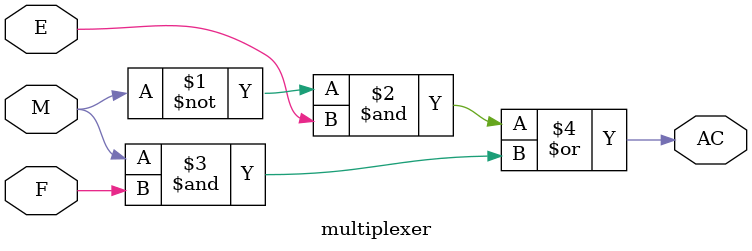
<source format=v>



// Generated by Quartus Prime Version 18.0 (Build Build 614 04/24/2018)
// Created on Tue Sep 18 12:12:32 2018

//  Module Declaration
module multiplexer
(
// {{ALTERA_ARGS_BEGIN}} DO NOT REMOVE THIS LINE!
E, F, M, AC
// {{ALTERA_ARGS_END}} DO NOT REMOVE THIS LINE!
);
// Port Declaration

// {{ALTERA_IO_BEGIN}} DO NOT REMOVE THIS LINE!
input E;
input F;
input M;
output AC;
// {{ALTERA_IO_END}} DO NOT REMOVE THIS LINE!

assign AC = ((~M&E)|(M&F));

endmodule

</source>
